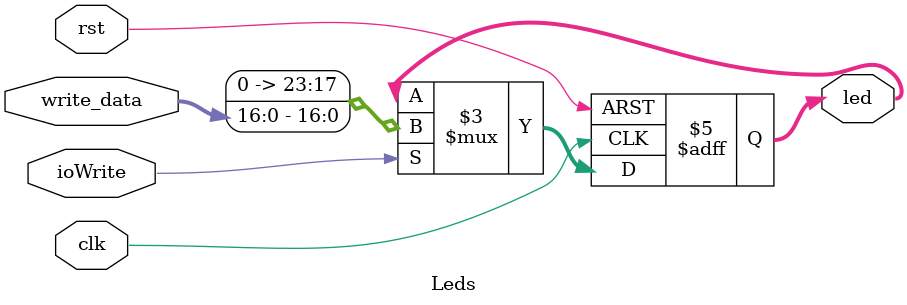
<source format=v>
`timescale 1ns / 1ps

module Leds(
    input clk,
    input rst,
    input ioWrite,
    input[31:0] write_data,
    output reg[23:0] led
);

    //pos or neg?
    always @(posedge clk or posedge rst) begin
        if(rst)
            led <= {24{1'b0}};
        else if (ioWrite)
            led <= {{15{1'b0}},write_data[16:0]};
        else
            led <= led;
    end
endmodule

</source>
